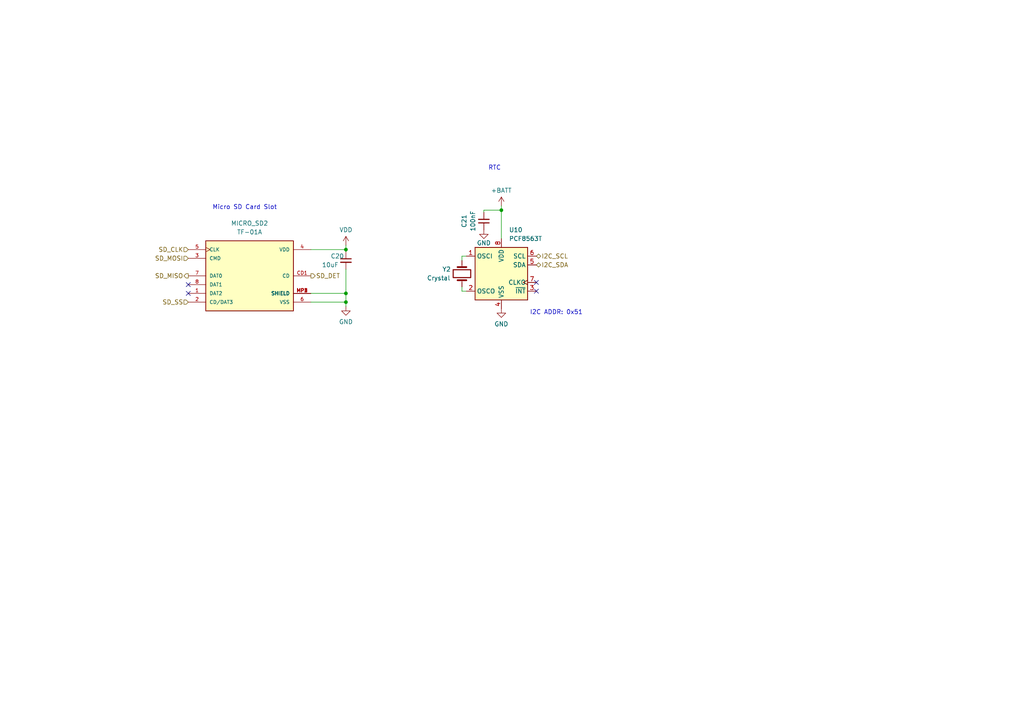
<source format=kicad_sch>
(kicad_sch (version 20231120) (generator "eeschema") (generator_version "8.0")
  (paper "A4")
  (lib_symbols
    (symbol "Device:C_Small" (pin_numbers hide) (pin_names (offset 0.254) hide)
      (property "Reference" "C" (at 0.254 1.778 0))
      (property "Value" "C_Small" (at 0.254 -2.032 0))
      (symbol "C_Small_0_1"
        (polyline (pts (xy -1.524 -0.508) (xy 1.524 -0.508)) (stroke (width 0.3302)))
        (polyline (pts (xy -1.524 0.508) (xy 1.524 0.508)) (stroke (width 0.3048)))
      )
      (symbol "C_Small_1_1"
        (pin passive line (at 0 2.54 270) (length 2.032) (name "~") (number "1"))
        (pin passive line (at 0 -2.54 90) (length 2.032) (name "~") (number "2"))
      )
    )
    (symbol "Device:Crystal" (pin_numbers hide) (pin_names (offset 1.016) hide)
      (property "Reference" "Y" (at 0 3.81 0))
      (property "Value" "Crystal" (at 0 -3.81 0))
      (symbol "Crystal_0_1"
        (rectangle (start -1.143 2.54) (end 1.143 -2.54) (stroke (width 0.3048)))
        (polyline (pts (xy -2.54 0) (xy -1.905 0)))
        (polyline (pts (xy -1.905 -1.27) (xy -1.905 1.27)) (stroke (width 0.508)))
        (polyline (pts (xy 1.905 -1.27) (xy 1.905 1.27)) (stroke (width 0.508)))
        (polyline (pts (xy 2.54 0) (xy 1.905 0)))
      )
      (symbol "Crystal_1_1"
        (pin passive line (at -3.81 0 0) (length 1.27) (name "1") (number "1"))
        (pin passive line (at 3.81 0 180) (length 1.27) (name "2") (number "2"))
      )
    )
    (symbol "Timer_RTC:PCF8563T"
      (property "Reference" "U" (at -7.62 8.89 0))
      (property "Value" "PCF8563T" (at 2.54 8.89 0))
      (symbol "PCF8563T_0_1"
        (rectangle (start -7.62 7.62) (end 7.62 -7.62) (stroke (width 0.254)) (fill (type background)))
      )
      (symbol "PCF8563T_1_1"
        (pin input line (at -10.16 5.08 0) (length 2.54) (name "OSCI") (number "1"))
        (pin output line (at -10.16 -5.08 0) (length 2.54) (name "OSCO") (number "2"))
        (pin output line (at 10.16 -5.08 180) (length 2.54) (name "~{INT}") (number "3"))
        (pin power_in line (at 0 -10.16 90) (length 2.54) (name "VSS") (number "4"))
        (pin bidirectional line (at 10.16 2.54 180) (length 2.54) (name "SDA") (number "5"))
        (pin input line (at 10.16 5.08 180) (length 2.54) (name "SCL") (number "6"))
        (pin output clock (at 10.16 -2.54 180) (length 2.54) (name "CLKO") (number "7"))
        (pin power_in line (at 0 10.16 270) (length 2.54) (name "VDD") (number "8"))
      )
    )
    (symbol "WOBCLibrary:TF-01A" (pin_names (offset 1.016))
      (property "Reference" "MICRO_SD" (at -12.7 10.795 0))
      (property "Value" "TF-01A" (at -12.7 -12.7 0))
      (symbol "TF-01A_0_0"
        (rectangle (start -12.7 -10.16) (end 12.7 10.16) (stroke (width 0.254)) (fill (type background)))
        (pin bidirectional line (at -17.78 -5.08 0) (length 5.08) (name "DAT2") (number "1"))
        (pin bidirectional line (at -17.78 -7.62 0) (length 5.08) (name "CD/DAT3") (number "2"))
        (pin bidirectional line (at -17.78 5.08 0) (length 5.08) (name "CMD") (number "3"))
        (pin power_in line (at 17.78 7.62 180) (length 5.08) (name "VDD") (number "4"))
        (pin bidirectional clock (at -17.78 7.62 0) (length 5.08) (name "CLK") (number "5"))
        (pin power_in line (at 17.78 -7.62 180) (length 5.08) (name "VSS") (number "6"))
        (pin bidirectional line (at -17.78 0 0) (length 5.08) (name "DAT0") (number "7"))
        (pin bidirectional line (at -17.78 -2.54 0) (length 5.08) (name "DAT1") (number "8"))
        (pin passive line (at 17.78 0 180) (length 5.08) (name "CD") (number "CD1"))
        (pin power_in line (at 17.78 -5.08 180) (length 5.08) (name "SHIELD") (number "MP1"))
        (pin power_in line (at 17.78 -5.08 180) (length 5.08) (name "SHIELD") (number "MP2"))
        (pin power_in line (at 17.78 -5.08 180) (length 5.08) (name "SHIELD") (number "MP3"))
        (pin power_in line (at 17.78 -5.08 180) (length 5.08) (name "SHIELD") (number "MP4"))
      )
    )
    (symbol "power:+BATT" (power) (pin_names (offset 0))
      (property "Value" "+BATT" (at 0 3.556 0))
      (symbol "+BATT_0_1"
        (polyline (pts (xy -0.762 1.27) (xy 0 2.54)))
        (polyline (pts (xy 0 0) (xy 0 2.54)))
        (polyline (pts (xy 0 2.54) (xy 0.762 1.27)))
      )
      (symbol "+BATT_1_1"
        (pin power_in line (at 0 0 90) (length 0) hide (name "+BATT") (number "1"))
      )
    )
    (symbol "power:GND" (power) (pin_names (offset 0))
      (property "Value" "GND" (at 0 -3.81 0))
      (symbol "GND_0_1"
        (polyline (pts (xy 0 0) (xy 0 -1.27) (xy 1.27 -1.27) (xy 0 -2.54) (xy -1.27 -1.27) (xy 0 -1.27)))
      )
      (symbol "GND_1_1"
        (pin power_in line (at 0 0 270) (length 0) hide (name "GND") (number "1"))
      )
    )
    (symbol "power:VDD" (power) (pin_names (offset 0))
      (property "Value" "VDD" (at 0 3.81 0))
      (symbol "VDD_0_1"
        (polyline (pts (xy -0.762 1.27) (xy 0 2.54)))
        (polyline (pts (xy 0 0) (xy 0 2.54)))
        (polyline (pts (xy 0 2.54) (xy 0.762 1.27)))
      )
      (symbol "VDD_1_1"
        (pin power_in line (at 0 0 90) (length 0) hide (name "VDD") (number "1"))
      )
    )
  )
  (junction (at 100.33 72.39))
  (junction (at 145.415 60.96))
  (junction (at 100.33 85.09))
  (junction (at 100.33 87.63))
  (no_connect (at 54.61 85.09))
  (no_connect (at 54.61 82.55))
  (no_connect (at 155.575 84.455))
  (no_connect (at 155.575 81.915))
  (wire (pts (xy 100.33 85.09) (xy 100.33 87.63)))
  (wire (pts (xy 140.335 60.96) (xy 145.415 60.96)))
  (wire (pts (xy 133.985 75.565) (xy 133.985 74.295)))
  (wire (pts (xy 100.33 87.63) (xy 100.33 88.9)))
  (wire (pts (xy 90.17 85.09) (xy 100.33 85.09)))
  (wire (pts (xy 100.33 78.105) (xy 100.33 85.09)))
  (wire (pts (xy 140.335 61.595) (xy 140.335 60.96)))
  (wire (pts (xy 145.415 59.69) (xy 145.415 60.96)))
  (wire (pts (xy 90.17 72.39) (xy 100.33 72.39)))
  (wire (pts (xy 100.33 71.12) (xy 100.33 72.39)))
  (wire (pts (xy 145.415 60.96) (xy 145.415 69.215)))
  (wire (pts (xy 133.985 74.295) (xy 135.255 74.295)))
  (wire (pts (xy 133.985 83.185) (xy 133.985 84.455)))
  (wire (pts (xy 100.33 72.39) (xy 100.33 73.025)))
  (wire (pts (xy 90.17 87.63) (xy 100.33 87.63)))
  (wire (pts (xy 133.985 84.455) (xy 135.255 84.455)))
  (text "RTC" (at 141.605 49.53 0) (effects (font (size 1.27 1.27)) (justify left bottom)))
  (text "Micro SD Card Slot" (at 61.595 60.96 0) (effects (font (size 1.27 1.27)) (justify left bottom)))
  (text "I2C ADDR: 0x51" (at 153.67 91.44 0) (effects (font (size 1.27 1.27)) (justify left bottom)))
  (hierarchical_label "SD_MISO" (shape output) (at 54.61 80.01 180))
  (hierarchical_label "I2C_SCL" (shape bidirectional) (at 155.575 74.295 0))
  (hierarchical_label "I2C_SDA" (shape bidirectional) (at 155.575 76.835 0))
  (hierarchical_label "SD_CLK" (shape input) (at 54.61 72.39 180))
  (hierarchical_label "SD_SS" (shape input) (at 54.61 87.63 180))
  (hierarchical_label "SD_MOSI" (shape input) (at 54.61 74.93 180))
  (hierarchical_label "SD_DET" (shape output) (at 90.17 80.01 0))
  (symbol (lib_id "power:GND") (at 140.335 66.675 0) (unit 1)
    (property "Reference" "#PWR064" (effects (hide yes)))
    (property "Value" "GND" (at 140.335 70.485 0))
  )
  (symbol (lib_id "power:VDD") (at 100.33 71.12 0) (unit 1)
    (property "Reference" "#PWR062" (effects (hide yes)))
    (property "Value" "VDD" (at 100.33 66.675 0))
  )
  (symbol (lib_id "Device:C_Small") (at 140.335 64.135 180) (unit 1)
    (property "Reference" "C21" (at 134.62 64.135 90))
    (property "Value" "100nF" (at 137.16 64.135 90))
    (property "Footprint" "Capacitor_SMD:C_0402_1005Metric" (effects (hide yes)))
    (property "LCSC" "C1525" (effects (hide yes)))
  )
  (symbol (lib_id "Device:C_Small") (at 100.33 75.565 0) (unit 1)
    (property "Reference" "C20" (at 95.885 74.295 0) (effects (justify left)))
    (property "Value" "10uF" (at 93.345 76.835 0) (effects (justify left)))
    (property "Footprint" "Capacitor_SMD:C_0402_1005Metric" (effects (hide yes)))
    (property "LCSC" "C96446" (effects (hide yes)))
  )
  (symbol (lib_id "Timer_RTC:PCF8563T") (at 145.415 79.375 0) (unit 1)
    (property "Reference" "U10" (at 147.6091 66.675 0) (effects (justify left)))
    (property "Value" "PCF8563T" (at 147.6091 69.215 0) (effects (justify left)))
    (property "Footprint" "Package_SO:SOIC-8_3.9x4.9mm_P1.27mm" (effects (hide yes)))
    (property "Datasheet" "https://www.nxp.com/docs/en/data-sheet/PCF8563.pdf" (effects (hide yes)))
    (property "LCSC" "C7440" (effects (hide yes)))
  )
  (symbol (lib_id "Device:Crystal") (at 133.985 79.375 270) (unit 1)
    (property "Reference" "Y2" (at 128.27 78.105 90) (effects (justify left)))
    (property "Value" "Crystal" (at 123.825 80.645 90) (effects (justify left)))
    (property "Footprint" "Crystal:Crystal_SMD_3215-2Pin_3.2x1.5mm" (effects (hide yes)))
    (property "LCSC" "C32346" (effects (hide yes)))
  )
  (symbol (lib_id "power:GND") (at 145.415 89.535 0) (unit 1)
    (property "Reference" "#PWR066" (effects (hide yes)))
    (property "Value" "GND" (at 145.415 93.98 0))
  )
  (symbol (lib_id "WOBCLibrary:TF-01A") (at 72.39 80.01 0) (unit 1)
    (property "Reference" "MICRO_SD2" (at 72.39 64.77 0))
    (property "Value" "TF-01A" (at 72.39 67.31 0))
    (property "Footprint" "WOBCLibrary:TF-01A" (effects (hide yes)))
    (property "Description" "\nStandard Card Edge Connectors\n" (effects (hide yes)))
    (property "MF" "HRO Electronics Co., Ltd." (effects (hide yes)))
    (property "Package" "Package" (effects (hide yes)))
    (property "Price" "None" (effects (hide yes)))
    (property "SnapEDA_Link" "https://www.snapeda.com/parts/TF-01A/HRO+Electronics+Co.%252C+Ltd./view-part/?ref=snap" (effects (hide yes)))
    (property "MP" "TF-01A" (effects (hide yes)))
    (property "Availability" "Not in stock" (effects (hide yes)))
    (property "Check_prices" "https://www.snapeda.com/parts/TF-01A/HRO+Electronics+Co.%252C+Ltd./view-part/?ref=eda" (effects (hide yes)))
    (property "LCSC" "C5155563" (effects (hide yes)))
  )
  (symbol (lib_id "power:+BATT") (at 145.415 59.69 0) (unit 1)
    (property "Reference" "#PWR065" (effects (hide yes)))
    (property "Value" "+BATT" (at 145.415 55.245 0))
  )
  (symbol (lib_id "power:GND") (at 100.33 88.9 0) (unit 1)
    (property "Reference" "#PWR063" (effects (hide yes)))
    (property "Value" "GND" (at 100.33 93.345 0))
  )
)
</source>
